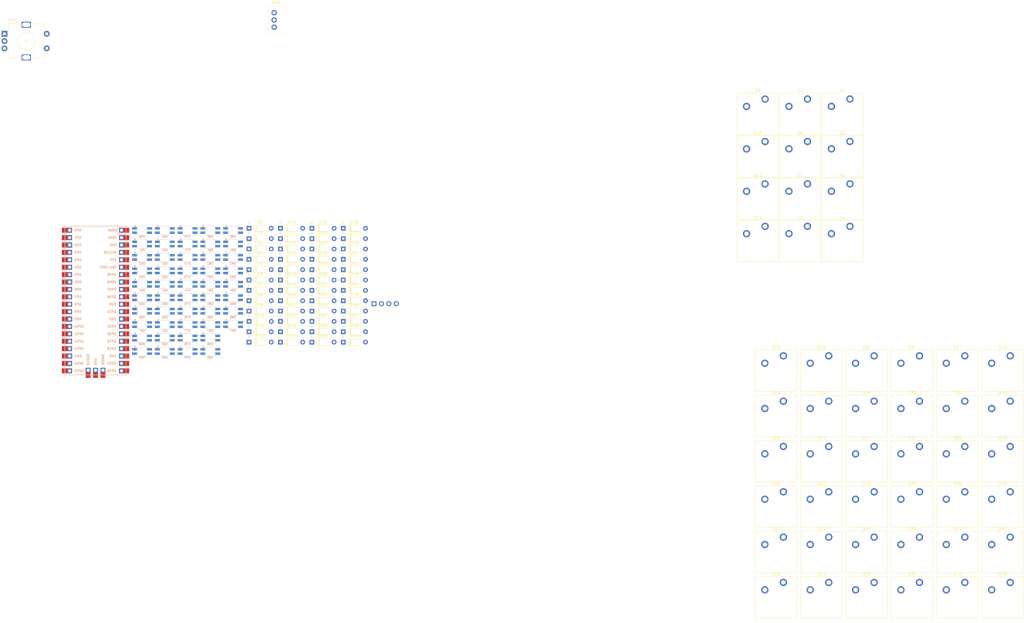
<source format=kicad_pcb>
(kicad_pcb (version 20240108) (generator "pcbnew") (generator_version "8.0")
  (layers (0 "F.Cu" signal) (31 "B.Cu" signal) (34 "B.Paste" user) (35 "F.Paste" user) (36 "B.SilkS" user "B.Silkscreen") (37 "F.SilkS" user "F.Silkscreen") (38 "B.Mask" user) (39 "F.Mask" user) (44 "Edge.Cuts" user))
  (net 0 "")
  (net 1 "R0")
  (net 2 "Net-(D1-A)")
  (net 3 "R1")
  (net 4 "Net-(D2-A)")
  (net 5 "R2")
  (net 6 "Net-(D3-A)")
  (net 7 "R3")
  (net 8 "Net-(D4-A)")
  (net 9 "Net-(D5-A)")
  (net 10 "Net-(D6-A)")
  (net 11 "Net-(D7-A)")
  (net 12 "Net-(D8-A)")
  (net 13 "Net-(D9-A)")
  (net 14 "Net-(D10-A)")
  (net 15 "Net-(D11-A)")
  (net 16 "Net-(D12-A)")
  (net 17 "Net-(D13-A)")
  (net 18 "Net-(D14-A)")
  (net 19 "Net-(D15-A)")
  (net 20 "Net-(D16-A)")
  (net 21 "Net-(D17-A)")
  (net 22 "Net-(D18-A)")
  (net 23 "Net-(D19-A)")
  (net 24 "Net-(D20-A)")
  (net 25 "Net-(D21-A)")
  (net 26 "Net-(D22-A)")
  (net 27 "Net-(D23-A)")
  (net 28 "Net-(D24-A)")
  (net 29 "Net-(D25-A)")
  (net 30 "Net-(D26-A)")
  (net 31 "Net-(D27-A)")
  (net 32 "Net-(D28-A)")
  (net 33 "Net-(D29-A)")
  (net 34 "Net-(D30-A)")
  (net 35 "Net-(D31-A)")
  (net 36 "Net-(D32-A)")
  (net 37 "Net-(D33-A)")
  (net 38 "Net-(D34-A)")
  (net 39 "Net-(D35-A)")
  (net 40 "Net-(D36-A)")
  (net 41 "Net-(D38-A)")
  (net 42 "Net-(D39-A)")
  (net 43 "Net-(D40-A)")
  (net 44 "Net-(D41-A)")
  (net 45 "Net-(D42-A)")
  (net 46 "Net-(D43-A)")
  (net 47 "Net-(D44-A)")
  (net 48 "Net-(D45-A)")
  (net 49 "Net-(D46-A)")
  (net 50 "Net-(D47-A)")
  (net 51 "Net-(D48-A)")
  (net 52 "Net-(D49-A)")
  (net 53 "Net-(D50-VSS)")
  (net 54 "ledhalf0")
  (net 55 "+5V")
  (net 56 "Net-(D50-DOUT)")
  (net 57 "Net-(D51-DOUT)")
  (net 58 "Net-(D51-VSS)")
  (net 59 "Net-(D52-DOUT)")
  (net 60 "Net-(D52-VSS)")
  (net 61 "Net-(D53-DOUT)")
  (net 62 "Net-(D53-VSS)")
  (net 63 "Net-(D54-DOUT)")
  (net 64 "Net-(D54-VSS)")
  (net 65 "Net-(D55-DOUT)")
  (net 66 "Net-(D55-VSS)")
  (net 67 "Net-(D56-DOUT)")
  (net 68 "Net-(D56-DIN)")
  (net 69 "Net-(D56-VSS)")
  (net 70 "Net-(D57-DOUT)")
  (net 71 "Net-(D57-VSS)")
  (net 72 "Net-(D57-DIN)")
  (net 73 "Net-(D58-VSS)")
  (net 74 "Net-(D58-DOUT)")
  (net 76 "Net-(D59-DIN)")
  (net 77 "GND")
  (net 78 "Net-(D60-DOUT)")
  (net 79 "Net-(D60-VSS)")
  (net 80 "Net-(D61-VSS)")
  (net 81 "Net-(D61-DIN)")
  (net 82 "Net-(D62-VSS)")
  (net 83 "Net-(D62-DOUT)")
  (net 84 "Net-(D63-DOUT)")
  (net 85 "Net-(D63-VSS)")
  (net 86 "Net-(D64-DOUT)")
  (net 87 "Net-(D64-VSS)")
  (net 88 "Net-(D65-DOUT)")
  (net 89 "Net-(D65-VSS)")
  (net 90 "Net-(D66-DOUT)")
  (net 91 "Net-(D66-VSS)")
  (net 92 "Net-(D67-VSS)")
  (net 93 "Net-(D67-DOUT)")
  (net 94 "Net-(D68-VSS)")
  (net 95 "Net-(D68-DOUT)")
  (net 96 "Net-(D69-DOUT)")
  (net 97 "Net-(D69-VDD)")
  (net 98 "Net-(D69-DIN)")
  (net 99 "Net-(D70-VSS)")
  (net 100 "Net-(D70-DOUT)")
  (net 101 "Net-(D71-DOUT)")
  (net 102 "Net-(D71-VDD)")
  (net 103 "Net-(D72-VSS)")
  (net 104 "Net-(D72-DOUT)")
  (net 105 "Net-(D73-VDD)")
  (net 106 "Net-(D73-DOUT)")
  (net 107 "Net-(D74-DOUT)")
  (net 108 "Net-(D75-DOUT)")
  (net 109 "Net-(D76-DOUT)")
  (net 110 "Net-(D77-DOUT)")
  (net 111 "Net-(D80-DOUT)")
  (net 112 "Net-(D80-VSS)")
  (net 113 "Net-(D81-DIN)")
  (net 114 "Net-(D82-DOUT)")
  (net 115 "Net-(D82-VSS)")
  (net 116 "Net-(D83-VSS)")
  (net 117 "Net-(D83-DIN)")
  (net 118 "Net-(D84-VSS)")
  (net 119 "Net-(D84-DOUT)")
  (net 120 "Net-(D85-DIN)")
  (net 121 "Net-(D86-VSS)")
  (net 122 "Net-(D86-DOUT)")
  (net 123 "Net-(D87-DIN)")
  (net 124 "Net-(D87-VSS)")
  (net 125 "Net-(D88-DOUT)")
  (net 126 "Net-(D88-VSS)")
  (net 127 "Net-(D89-DIN)")
  (net 128 "Net-(D90-DOUT)")
  (net 129 "Net-(D90-VSS)")
  (net 130 "Net-(D91-DIN)")
  (net 131 "Net-(D91-VSS)")
  (net 132 "Net-(D92-VSS)")
  (net 133 "Net-(D92-DOUT)")
  (net 134 "Net-(D93-DIN)")
  (net 135 "Net-(D94-VSS)")
  (net 136 "Net-(D94-DOUT)")
  (net 137 "Net-(D95-VSS)")
  (net 138 "Net-(D96-VSS)")
  (net 139 "Net-(D96-DOUT)")
  (net 140 "sda")
  (net 141 "scl")
  (net 142 "C5")
  (net 143 "C4")
  (net 144 "C3")
  (net 145 "C2")
  (net 146 "C1")
  (net 147 "c10")
  (net 148 "C9")
  (net 149 "C8")
  (net 150 "C7")
  (net 151 "C6")
  (net 152 "c11")
  (net 153 "C0")
  (net 154 "+3.3V")
  (net 155 "Net-(U1-GPIO2)")
  (net 156 "Net-(U1-GPIO28_ADC2)")
  (net 157 "Net-(U1-GPIO3)")
  (net 158 "Net-(U1-GPIO0)")
  (net 159 "Net-(U1-GPIO1)")
  (footprint "ScottoKeebs_Components:Diode_DO-35" (layer "F.Cu") (at -48.63 104.81)
    (property "Reference" "D27")
    (property "Value" "Diode")
  )
  (footprint "ScottoKeebs_Components:LED_SK6812MINI" (layer "F.Cu") (at -99.045 103.095)
    (property "Reference" "D61")
    (property "Value" "LED_SK6812MINI" (hide yes))
    (fp_line (start -1.7 -1.5) (end -1.7 1.5) (stroke (width 0.12)) (layer "Edge.Cuts"))
    (fp_line (start -1.7 1.5) (end 1.7 1.5) (stroke (width 0.12)) (layer "Edge.Cuts"))
    (fp_line (start 1.7 -1.5) (end -1.7 -1.5) (stroke (width 0.12)) (layer "Edge.Cuts"))
    (fp_line (start 1.7 1.5) (end 1.7 -1.5) (stroke (width 0.12)) (layer "Edge.Cuts"))
  )
  (footprint "ScottoKeebs_Components:Diode_DO-35" (layer "F.Cu") (at -70.17 111.91)
    (property "Reference" "D5")
    (property "Value" "Diode")
  )
  (footprint "ScottoKeebs_Components:Diode_DO-35" (layer "F.Cu") (at -48.63 97.71)
    (property "Reference" "D25")
    (property "Value" "Diode")
  )
  (footprint "ScottoKeebs_MX:MX_PCB" (layer "F.Cu") (at 172.67 224.3)
    (property "Reference" "S42")
    (property "Value" "Keyswitch")
  )
  (footprint "ScottoKeebs_Components:Diode_DO-35" (layer "F.Cu") (at -48.63 115.46)
    (property "Reference" "D30")
    (property "Value" "Diode")
  )
  (footprint "ScottoKeebs_Components:LED_SK6812MINI" (layer "F.Cu") (at -91.245 121.535)
    (property "Reference" "D75")
    (property "Value" "LED_SK6812MINI" (hide yes))
    (fp_line (start -1.7 -1.5) (end -1.7 1.5) (stroke (width 0.12)) (layer "Edge.Cuts"))
    (fp_line (start -1.7 1.5) (end 1.7 1.5) (stroke (width 0.12)) (layer "Edge.Cuts"))
    (fp_line (start 1.7 -1.5) (end -1.7 -1.5) (stroke (width 0.12)) (layer "Edge.Cuts"))
    (fp_line (start 1.7 1.5) (end 1.7 -1.5) (stroke (width 0.12)) (layer "Edge.Cuts"))
  )
  (footprint "ScottoKeebs_MX:MX_PCB" (layer "F.Cu") (at 126.02 162.1)
    (property "Reference" "S20")
    (property "Value" "Keyswitch")
  )
  (footprint "ScottoKeebs_Components:Diode_DO-35" (layer "F.Cu") (at -48.63 119.01)
    (property "Reference" "D31")
    (property "Value" "Diode")
  )
  (footprint "ScottoKeebs_MX:MX_PCB" (layer "F.Cu") (at 141.57 162.1)
    (property "Reference" "S26")
    (property "Value" "Keyswitch")
  )
  (footprint "ScottoKeebs_Components:LED_SK6812MINI" (layer "F.Cu") (at -91.245 130.755)
    (property "Reference" "D77")
    (property "Value" "LED_SK6812MINI" (hide yes))
    (fp_line (start -1.7 -1.5) (end -1.7 1.5) (stroke (width 0.12)) (layer "Edge.Cuts"))
    (fp_line (start -1.7 1.5) (end 1.7 1.5) (stroke (width 0.12)) (layer "Edge.Cuts"))
    (fp_line (start 1.7 -1.5) (end -1.7 -1.5) (stroke (width 0.12)) (layer "Edge.Cuts"))
    (fp_line (start 1.7 1.5) (end 1.7 -1.5) (stroke (width 0.12)) (layer "Edge.Cuts"))
  )
  (footprint "ScottoKeebs_MX:MX_PCB" (layer "F.Cu") (at 110.47 193.2)
    (property "Reference" "S16")
    (property "Value" "Keyswitch")
  )
  (footprint "ScottoKeebs_Components:Diode_DO-35" (layer "F.Cu") (at -70.17 133.21)
    (property "Reference" "D11")
    (property "Value" "Diode")
  )
  (footprint "ScottoKeebs_MX:MX_PCB" (layer "F.Cu") (at 141.57 146.55)
    (property "Reference" "S25")
    (property "Value" "Keyswitch")
  )
  (footprint "ScottoKeebs_Components:Diode_DO-35" (layer "F.Cu") (at -70.17 104.81)
    (property "Reference" "D3")
    (property "Value" "Diode")
  )
  (footprint "ScottoKeebs_Components:LED_SK6812MINI" (layer "F.Cu") (at -75.645 121.535)
    (property "Reference" "D95")
    (property "Value" "LED_SK6812MINI" (hide yes))
    (fp_line (start -1.7 -1.5) (end -1.7 1.5) (stroke (width 0.12)) (layer "Edge.Cuts"))
    (fp_line (start -1.7 1.5) (end 1.7 1.5) (stroke (width 0.12)) (layer "Edge.Cuts"))
    (fp_line (start 1.7 -1.5) (end -1.7 -1.5) (stroke (width 0.12)) (layer "Edge.Cuts"))
    (fp_line (start 1.7 1.5) (end 1.7 -1.5) (stroke (width 0.12)) (layer "Edge.Cuts"))
  )
  (footprint "ScottoKeebs_Components:Diode_DO-35" (layer "F.Cu") (at -59.4 111.91)
    (property "Reference" "D17")
    (property "Value" "Diode")
  )
  (footprint "ScottoKeebs_Components:Diode_DO-35" (layer "F.Cu") (at -70.17 101.26)
    (property "Reference" "D2")
    (property "Value" "Diode")
  )
  (footprint "ScottoKeebs_Components:LED_SK6812MINI" (layer "F.Cu") (at -75.645 112.315)
    (property "Reference" "D93")
    (property "Value" "LED_SK6812MINI" (hide yes))
    (fp_line (start -1.7 -1.5) (end -1.7 1.5) (stroke (width 0.12)) (layer "Edge.Cuts"))
    (fp_line (start -1.7 1.5) (end 1.7 1.5) (stroke (width 0.12)) (layer "Edge.Cuts"))
    (fp_line (start 1.7 -1.5) (end -1.7 -1.5) (stroke (width 0.12)) (layer "Edge.Cuts"))
    (fp_line (start 1.7 1.5) (end 1.7 -1.5) (stroke (width 0.12)) (layer "Edge.Cuts"))
  )
  (footprint "ScottoKeebs_MX:MX_PCB" (layer "F.Cu") (at 157.12 208.75)
    (property "Reference" "S35")
    (property "Value" "Keyswitch")
  )
  (footprint "ScottoKeebs_MX:MX_PCB" (layer "F.Cu") (at 172.67 146.55)
    (property "Reference" "S37")
    (property "Value" "Keyswitch")
  )
  (footprint "ScottoKeebs_MX:MX_PCB" (layer "F.Cu") (at 172.67 193.2)
    (property "Reference" "S40")
    (property "Value" "Keyswitch")
  )
  (footprint "ScottoKeebs_Components:LED_SK6812MINI" (layer "F.Cu") (at -91.245 112.315)
    (property "Reference" "D73")
    (property "Value" "LED_SK6812MINI" (hide yes))
    (fp_line (start -1.7 -1.5) (end -1.7 1.5) (stroke (width 0.12)) (layer "Edge.Cuts"))
    (fp_line (start -1.7 1.5) (end 1.7 1.5) (stroke (width 0.12)) (layer "Edge.Cuts"))
    (fp_line (start 1.7 -1.5) (end -1.7 -1.5) (stroke (width 0.12)) (layer "Edge.Cuts"))
    (fp_line (start 1.7 1.5) (end 1.7 -1.5) (stroke (width 0.12)) (layer "Edge.Cuts"))
  )
  (footprint "ScottoKeebs_Components:LED_SK6812MINI" (layer "F.Cu") (at -75.645 130.755)
    (property "Reference" "D97")
    (property "Value" "LED_SK6812MINI" (hide yes))
    (fp_line (start -1.7 -1.5) (end -1.7 1.5) (stroke (width 0.12)) (layer "Edge.Cuts"))
    (fp_line (start -1.7 1.5) (end 1.7 1.5) (stroke (width 0.12)) (layer "Edge.Cuts"))
    (fp_line (start 1.7 -1.5) (end -1.7 -1.5) (stroke (width 0.12)) (layer "Edge.Cuts"))
    (fp_line (start 1.7 1.5) (end 1.7 -1.5) (stroke (width 0.12)) (layer "Edge.Cuts"))
  )
  (footprint "ScottoKeebs_Components:LED_SK6812MINI" (layer "F.Cu") (at -99.045 139.975)
    (property "Reference" "D69")
    (property "Value" "LED_SK6812MINI" (hide yes))
    (fp_line (start -1.7 -1.5) (end -1.7 1.5) (stroke (width 0.12)) (layer "Edge.Cuts"))
    (fp_line (start -1.7 1.5) (end 1.7 1.5) (stroke (width 0.12)) (layer "Edge.Cuts"))
    (fp_line (start 1.7 -1.5) (end -1.7 -1.5) (stroke (width 0.12)) (layer "Edge.Cuts"))
    (fp_line (start 1.7 1.5) (end 1.7 -1.5) (stroke (width 0.12)) (layer "Edge.Cuts"))
  )
  (footprint "ScottoKeebs_MX:MX_PCB" (layer "F.Cu") (at 126.02 146.55)
    (property "Reference" "S19")
    (property "Value" "Keyswitch")
  )
  (footprint "ScottoKeebs_Components:LED_SK6812MINI" (layer "F.Cu") (at -99.045 121.535)
    (property "Reference" "D65")
    (property "Value" "LED_SK6812MINI" (hide yes))
    (fp_line (start -1.7 -1.5) (end -1.7 1.5) (stroke (width 0.12)) (layer "Edge.Cuts"))
    (fp_line (start -1.7 1.5) (end 1.7 1.5) (stroke (width 0.12)) (layer "Edge.Cuts"))
    (fp_line (start 1.7 -1.5) (end -1.7 -1.5) (stroke (width 0.12)) (layer "Edge.Cuts"))
    (fp_line (start 1.7 1.5) (end 1.7 -1.5) (stroke (width 0.12)) (layer "Edge.Cuts"))
  )
  (footprint "ScottoKeebs_Components:Diode_DO-35" (layer "F.Cu") (at -37.86 108.36)
    (property "Reference" "D41")
    (property "Value" "Diode")
  )
  (footprint "ScottoKeebs_Components:Diode_DO-35" (layer "F.Cu") (at -37.86 133.21)
    (property "Reference" "D48")
    (property "Value" "Diode")
  )
  (footprint "Rotary_Encoder:RotaryEncoder_Alps_EC11E-Switch_Vertical_H20mm" (layer "F.Cu") (at -154.01 30.98)
    (property "Reference" "SW1")
    (property "Value" "RotaryEncoder_Switch")
  )
  (footprint "ScottoKeebs_MX:MX_PCB" (layer "F.Cu") (at 133.29 58.44)
    (property "Reference" "S1")
    (property "Value" "Keyswitch")
  )
  (footprint "ScottoKeebs_Components:Diode_DO-35" (layer "F.Cu") (at -59.4 129.66)
    (property "Reference" "D22")
    (property "Value" "Diode")
  )
  (footprint "ScottoKeebs_Components:Diode_DO-35" (layer "F.Cu") (at -37.86 126.11)
    (property "Reference" "D46")
    (property "Value" "Diode")
  )
  (footprint "ScottoKeebs_MX:MX_PCB" (layer "F.Cu") (at 188.22 193.2)
    (property "Reference" "S46")
    (property "Value" "Keyswitch")
  )
  (footprint "ScottoKeebs_Components:LED_SK6812MINI" (layer "F.Cu") (at -99.045 98.485)
    (property "Reference" "D60")
    (property "Value" "LED_SK6812MINI" (hide yes))
    (fp_line (start -1.7 -1.5) (end -1.7 1.5) (stroke (width 0.12)) (layer "Edge.Cuts"))
    (fp_line (start -1.7 1.5) (end 1.7 1.5) (stroke (width 0.12)) (layer "Edge.Cuts"))
    (fp_line (start 1.7 -1.5) (end -1.7 -1.5) (stroke (width 0.12)) (layer "Edge.Cuts"))
    (fp_line (start 1.7 1.5) (end 1.7 -1.5) (stroke (width 0.12)) (layer "Edge.Cuts"))
  )
  (footprint "ScottoKeebs_Components:Diode_DO-35" (layer "F.Cu") (at -70.17 136.76)
    (property "Reference" "D12")
    (property "Value" "Diode")
  )
  (footprint "ScottoKeebs_Components:Diode_DO-35" (layer "F.Cu") (at -59.4 136.76)
    (property "Reference" "D24")
    (property "Value" "Diode")
  )
  (footprint "ScottoKeebs_Components:Diode_DO-35" (layer "F.Cu") (at -59.4 122.56)
    (property "Reference" "D20")
    (property "Value" "Diode")
  )
  (footprint "ScottoKeebs_Components:Diode_DO-35" (layer "F.Cu") (at -70.17 126.11)
    (property "Reference" "D9")
    (property "Value" "Diode")
  )
  (footprint "ScottoKeebs_Components:LED_SK6812MINI" (layer "F.Cu") (at -106.845 116.925)
    (property "Reference" "D54")
    (property "Value" "LED_SK6812MINI" (hide yes))
    (fp_line (start -1.7 -1.5) (end -1.7 1.5) (stroke (width 0.12)) (layer "Edge.Cuts"))
    (fp_line (start -1.7 1.5) (end 1.7 1.5) (stroke (width 0.12)) (layer "Edge.Cuts"))
    (fp_line (start 1.7 -1.5) (end -1.7 -1.5) (stroke (width 0.12)) (layer "Edge.Cuts"))
    (fp_line (start 1.7 1.5) (end 1.7 -1.5) (stroke (width 0.12)) (layer "Edge.Cuts"))
  )
  (footprint "ScottoKeebs_MX:MX_PCB" (layer "F.Cu") (at 157.12 224.3)
    (property "Reference" "S36")
    (property "Value" "Keyswitch")
  )
  (footprint "ScottoKeebs_MX:MX_PCB" (layer "F.Cu") (at 133.29 102.12)
    (property "Reference" "S4")
    (property "Value" "Keyswitch")
  )
  (footprint "ScottoKeebs_Components:LED_SK6812MINI" (layer "F.Cu") (at -99.045 130.755)
    (property "Reference" "D67")
    (property "Value" "LED_SK6812MINI" (hide yes))
    (fp_line (start -1.7 -1.5) (end -1.7 1.5) (stroke (width 0.12)) (layer "Edge.Cuts"))
    (fp_line (start -1.7 1.5) (end 1.7 1.5) (stroke (width 0.12)) (layer "Edge.Cuts"))
    (fp_line (start 1.7 -1.5) (end -1.7 -1.5) (stroke (width 0.12)) (layer "Edge.Cuts"))
    (fp_line (start 1.7 1.5) (end 1.7 -1.5) (stroke (width 0.12)) (layer "Edge.Cuts"))
  )
  (footprint "ScottoKeebs_Components:LED_SK6812MINI" (layer "F.Cu") (at -83.445 139.975)
    (property "Reference" "D89")
    (property "Value" "LED_SK6812MINI" (hide yes))
    (fp_line (start -1.7 -1.5) (end -1.7 1.5) (stroke (width 0.12)) (layer "Edge.Cuts"))
    (fp_line (start -1.7 1.5) (end 1.7 1.5) (stroke (width 0.12)) (layer "Edge.Cuts"))
    (fp_line (start 1.7 -1.5) (end -1.7 -1.5) (stroke (width 0.12)) (layer "Edge.Cuts"))
    (fp_line (start 1.7 1.5) (end 1.7 -1.5) (stroke (width 0.12)) (layer "Edge.Cuts"))
  )
  (footprint "ScottoKeebs_MX:MX_PCB" (layer "F.Cu") (at 141.57 193.2)
    (property "Reference" "S28")
    (property "Value" "Keyswitch")
  )
  (footprint "ScottoKeebs_MX:MX_PCB" (layer "F.Cu") (at 126.02 208.75)
    (property "Reference" "S23")
    (property "Value" "Keyswitch")
  )
  (footprint "ScottoKeebs_Components:LED_SK6812MINI" (layer "F.Cu") (at -83.445 130.755)
    (property "Reference" "D87")
    (property "Value" "LED_SK6812MINI" (hide yes))
    (fp_line (start -1.7 -1.5) (end -1.7 1.5) (stroke (width 0.12)) (layer "Edge.Cuts"))
    (fp_line (start -1.7 1.5) (end 1.7 1.5) (stroke (width 0.12)) (layer "Edge.Cuts"))
    (fp_line (start 1.7 -1.5) (end -1.7 -1.5) (stroke (width 0.12)) (layer "Edge.Cuts"))
    (fp_line (start 1.7 1.5) (end 1.7 -1.5) (stroke (width 0.12)) (layer "Edge.Cuts"))
  )
  (footprint "ScottoKeebs_Components:LED_SK6812MINI" (layer "F.Cu") (at -99.045 107.705)
    (property "Reference" "D62")
    (property "Value" "LED_SK6812MINI" (hide yes))
    (fp_line (start -1.7 -1.5) (end -1.7 1.5) (stroke (width 0.12)) (layer "Edge.Cuts"))
    (fp_line (start -1.7 1.5) (end 1.7 1.5) (stroke (width 0.12)) (layer "Edge.Cuts"))
    (fp_line (start 1.7 -1.5) (end -1.7 -1.5) (stroke (width 0.12)) (layer "Edge.Cuts"))
    (fp_line (start 1.7 1.5) (end 1.7 -1.5) (stroke (width 0.12)) (layer "Edge.Cuts"))
  )
  (footprint "ScottoKeebs_Components:LED_SK6812MINI" (layer "F.Cu") (at -83.445 126.145)
    (property "Reference" "D86")
    (property "Value" "LED_SK6812MINI" (hide yes))
    (fp_line (start -1.7 -1.5) (end -1.7 1.5) (stroke (width 0.12)) (layer "Edge.Cuts"))
    (fp_line (start -1.7 1.5) (end 1.7 1.5) (stroke (width 0.12)) (layer "Edge.Cuts"))
    (fp_line (start 1.7 -1.5) (end -1.7 -1.5) (stroke (width 0.12)) (layer "Edge.Cuts"))
    (fp_line (start 1.7 1.5) (end 1.7 -1.5) (stroke (width 0.12)) (layer "Edge.Cuts"))
  )
  (footprint "ScottoKeebs_Components:Diode_DO-35" (layer "F.Cu") (at -70.17 129.66)
    (property "Reference" "D10")
    (property "Value" "Diode")
  )
  (footprint "ScottoKeebs_Components:Diode_DO-35" (layer "F.Cu") (at -37.86 119.01)
    (property "Reference" "D44")
    (property "Value" "Diode")
  )
  (footprint "ScottoKeebs_Components:LED_SK6812MINI" (layer "F.Cu") (at -99.045 135.365)
    (property "Reference" "D68")
    (property "Value" "LED_SK6812MINI" (hide yes))
    (fp_line (start -1.7 -1.5) (end -1.7 1.5) (stroke (width 0.12)) (layer "Edge.Cuts"))
    (fp_line (start -1.7 1.5) (end 1.7 1.5) (stroke (width 0.12)) (layer "Edge.Cuts"))
    (fp_line (start 1.7 -1.5) (end -1.7 -1.5) (stroke (width 0.12)) (layer "Edge.Cuts"))
    (fp_line (start 1.7 1.5) (end 1.7 -1.5) (stroke (width 0.12)) (layer "Edge.Cuts"))
  )
  (footprint "ScottoKeebs_Components:LED_SK6812MINI" (layer "F.Cu") (at -83.445 116.925)
    (property "Reference" "D84")
    (property "Value" "LED_SK6812MINI" (hide yes))
    (fp_line (start -1.7 -1.5) (end -1.7 1.5) (stroke (width 0.12)) (layer "Edge.Cuts"))
    (fp_line (start -1.7 1.5) (end 1.7 1.5) (stroke (width 0.12)) (layer "Edge.Cuts"))
    (fp_line (start 1.7 -1.5) (end -1.7 -1.5) (stroke (width 0.12)) (layer "Edge.Cuts"))
    (fp_line (start 1.7 1.5) (end 1.7 -1.5) (stroke (width 0.12)) (layer "Edge.Cuts"))
  )
  (footprint "ScottoKeebs_MX:MX_PCB" (layer "F.Cu") (at 110.47 177.65)
    (property "Reference" "S15")
    (property "Value" "Keyswitch")
  )
  (footprint "ScottoKeebs_MCU:Raspberry_Pi_Pico" (layer "F.Cu") (at -122.785 122.495)
    (property "Reference" "U1" (hide yes))
    (property "Value" "Raspberry_Pi_Pico" (hide yes))
  )
  (footprint "ScottoKeebs_Components:LED_SK6812MINI" (layer "F.Cu") (at -99.045 126.145)
    (property "Reference" "D66")
    (property "Value" "LED_SK6812MINI" (hide yes))
    (fp_line (start -1.7 -1.5) (end -1.7 1.5) (stroke (width 0.12)) (layer "Edge.Cuts"))
    (fp_line (start -1.7 1.5) (end 1.7 1.5) (stroke (width 0.12)) (layer "Edge.Cuts"))
    (fp_line (start 1.7 -1.5) (end -1.7 -1.5) (stroke (width 0.12)) (layer "Edge.Cuts"))
    (fp_line (start 1.7 1.5) (end 1.7 -1.5) (stroke (width 0.12)) (layer "Edge.Cuts"))
  )
  (footprint "ScottoKeebs_Components:LED_SK6812MINI" (layer "F.Cu") (at -83.445 121.535)
    (property "Reference" "D85")
    (property "Value" "LED_SK6812MINI" (hide yes))
    (fp_line (start -1.7 -1.5) (end -1.7 1.5) (stroke (width 0.12)) (layer "Edge.Cuts"))
    (fp_line (start -1.7 1.5) (end 1.7 1.5) (stroke (width 0.12)) (layer "Edge.Cuts"))
    (fp_line (start 1.7 -1.5) (end -1.7 -1.5) (stroke (width 0.12)) (layer "Edge.Cuts"))
    (fp_line (start 1.7 1.5) (end 1.7 -1.5) (stroke (width 0.12)) (layer "Edge.Cuts"))
  )
  (footprint "ScottoKeebs_MX:MX_PCB" (layer "F.Cu") (at 104.2 102.13)
    (property "Reference" "S12")
    (property "Value" "Keyswitch")
  )
  (footprint "ScottoKeebs_MX:MX_PCB" (layer "F.Cu") (at 157.12 146.55)
    (property "Reference" "S31")
    (property "Value" "Keyswitch")
  )
  (footprint "ScottoKeebs_Components:LED_SK6812MINI" (layer "F.Cu") (at -83.445 103.095)
    (property "Reference" "D81")
    (property "Value" "LED_SK6812MINI" (hide yes))
    (fp_line (start -1.7 -1.5) (end -1.7 1.5) (stroke (width 0.12)) (layer "Edge.Cuts"))
    (fp_line (start -1.7 1.5) (end 1.7 1.5) (stroke (width 0.12)) (layer "Edge.Cuts"))
    (fp_line (start 1.7 -1.5) (end -1.7 -1.5) (stroke (width 0.12)) (layer "Edge.Cuts"))
    (fp_line (start 1.7 1.5) (end 1.7 -1.5) (stroke (width 0.12)) (layer "Edge.Cuts"))
  )
  (footprint "ScottoKeebs_Components:Diode_DO-35" (layer "F.Cu") (at -70.17 97.71)
    (property "Reference" "D1")
    (property "Value" "Diode")
  )
  (footprint "ScottoKeebs_Components:LED_SK6812MINI" (layer "F.Cu") (at -106.845 139.975)
    (property "Reference" "D59")
    (property "Value" "LED_SK6812MINI" (hide yes))
    (fp_line (start -1.7 -1.5) (end -1.7 1.5) (stroke (width 0.12)) (layer "Edge.Cuts"))
    (fp_line (start -1.7 1.5) (end 1.7 1.5) (stroke (width 0.12)) (layer "Edge.Cuts"))
    (fp_line (start 1.7 -1.5) (end -1.7 -1.5) (stroke (width 0.12)) (layer "Edge.Cuts"))
    (fp_line (start 1.7 1.5) (end 1.7 -1.5) (stroke (width 0.12)) (layer "Edge.Cuts"))
  )
  (footprint "ScottoKeebs_Components:Diode_DO-35" (layer "F.Cu") (at -59.4 119.01)
    (property "Reference" "D19")
    (property "Value" "Diode")
  )
  (footprint "ScottoKeebs_MX:MX_PCB" (layer "F.Cu") (at 172.67 162.1)
    (property "Reference" "S38")
    (property "Value" "Keyswitch")
  )
  (footprint "ScottoKeebs_Components:LED_SK6812MINI" (layer "F.Cu") (at -91.245 135.365)
    (property "Reference" "D78")
    (property "Value" "LED_SK6812MINI" (hide yes))
    (fp_line (start -1.7 -1.5) (end -1.7 1.5) (stroke (width 0.12)) (layer "Edge.Cuts"))
    (fp_line (start -1.7 1.5) (end 1.7 1.5) (stroke (width 0.12)) (layer "Edge.Cuts"))
    (fp_line (start 1.7 -1.5) (end -1.7 -1.5) (stroke (width 0.12)) (layer "Edge.Cuts"))
    (fp_line (start 1.7 1.5) (end 1.7 -1.5) (stroke (width 0.12)) (layer "Edge.Cuts"))
  )
  (footprint "ScottoKeebs_Components:Diode_DO-35" (layer "F.Cu") (at -70.17 108.36)
    (property "Reference" "D4")
    (property "Value" "Diode")
  )
  (footprint "ScottoKeebs_Components:Diode_DO-35" (layer "F.Cu") (at -70.17 119.01)
    (property "Reference" "D7")
    (property "Value" "Diode")
  )
  (footprint "ScottoKeebs_MX:MX_PCB" (layer "F.Cu") (at 133.29 87.55)
    (property "Reference" "S3")
    (property "Value" "Keyswitch")
  )
  (footprint "ScottoKeebs_Components:Diode_DO-35" (layer "F.Cu") (at -59.4 97.71)
    (property "Reference" "D13")
    (property "Value" "Diode")
  )
  (footprint "ScottoKeebs_Components:Diode_DO-35" (layer "F.Cu") (at -48.63 101.26)
    (property "Reference" "D26")
    (property "Value" "Diode")
  )
  (footprint "ScottoKeebs_Components:LED_SK6812MINI" (layer "F.Cu") (at -106.845 107.705)
    (property "Reference" "D52")
    (property "Value" "LED_SK6812MINI" (hide yes))
    (fp_line (start -1.7 -1.5) (end -1.7 1.5) (stroke (width 0.12)) (layer "Edge.Cuts"))
    (fp_line (start -1.7 1.5) (end 1.7 1.5) (stroke (width 0.12)) (layer "Edge.Cuts"))
    (fp_line (start 1.7 -1.5) (end -1.7 -1.5) (stroke (width 0.12)) (layer "Edge.Cuts"))
    (fp_line (start 1.7 1.5) (end 1.7 -1.5) (stroke (width 0.12)) (layer "Edge.Cuts"))
  )
  (footprint "ScottoKeebs_Components:LED_SK6812MINI" (layer "F.Cu") (at -99.045 112.315)
    (property "Reference" "D63")
    (property "Value" "LED_SK6812MINI" (hide yes))
    (fp_line (start -1.7 -1.5) (end -1.7 1.5) (stroke (width 0.12)) (layer "Edge.Cuts"))
    (fp_line (start -1.7 1.5) (end 1.7 1.5) (stroke (width 0.12)) (layer "Edge.Cuts"))
    (fp_line (start 1.7 -1.5) (end -1.7 -1.5) (stroke (width 0.12)) (layer "Edge.Cuts"))
    (fp_line (start 1.7 1.5) (end 1.7 -1.5) (stroke (width 0.12)) (layer "Edge.Cuts"))
  )
  (footprint "ScottoKeebs_MX:MX_PCB" (layer "F.Cu") (at 157.12 177.65)
    (property "Reference" "S33")
    (property "Value" "Keyswitch")
  )
  (footprint "ScottoKeebs_Components:LED_SK6812MINI" (layer "F.Cu") (at -83.445 107.705)
    (property "Reference" "D82")
    (property "Value" "LED_SK6812MINI" (hide yes))
    (fp_line (start -1.7 -1.5) (end -1.7 1.5) (stroke (width 0.12)) (layer "Edge.Cuts"))
    (fp_line (start -1.7 1.5) (end 1.7 1.5) (stroke (width 0.12)) (layer "Edge.Cuts"))
    (fp_line (start 1.7 -1.5) (end -1.7 -1.5) (stroke (width 0.12)) (layer "Edge.Cuts"))
    (fp_line (start 1.7 1.5) (end 1.7 -1.5) (stroke (width 0.12)) (layer "Edge.Cuts"))
  )
  (footprint "ScottoKeebs_Components:Diode_DO-35" (layer "F.Cu") (at -37.86 115.46)
    (property "Reference" "D43")
    (property "Value" "Diode")
  )
  (footprint "ScottoKeebs_MX:MX_PCB" (layer "F.Cu") (at 188.22 146.55)
    (property "Reference" "S43")
    (property "Value" "Keyswitch")
  )
  (footprint "ScottoKeebs_Components:LED_SK6812MINI" (layer "F.Cu") (at -106.845 130.755)
    (property "Reference" "D57")
    (property "Value" "LED_SK6812MINI" (hide yes))
    (fp_line (start -1.7 -1.5) (end -1.7 1.5) (stroke (width 0.12)) (layer "Edge.Cuts"))
    (fp_line (start -1.7 1.5) (end 1.7 1.5) (stroke (width 0.12)) (layer "Edge.Cuts"))
    (fp_line (start 1.7 -1.5) (end -1.7 -1.5) (stroke (width 0.12)) (layer "Edge.Cuts"))
    (fp_line (start 1.7 1.5) (end 1.7 -1.5) (stroke (width 0.12)) (layer "Edge.Cuts"))
  )
  (footprint "ScottoKeebs_MX:MX_PCB" (layer "F.Cu") (at 141.57 224.3)
    (property "Reference" "S30")
    (property "Value" "Keyswitch")
  )
  (footprint "ScottoKeebs_Components:Diode_DO-35" (layer "F.Cu") (at -48.63 126.11)
    (property "Reference" "D33")
    (property "Value" "Diode")
  )
  (footprint "ScottoKeebs_MX:MX_PCB" (layer "F.Cu") (at 118.73 102.11)
    (property "Reference" "S8")
    (property "Value" "Keyswitch")
  )
  (footprint "ScottoKeebs_Components:LED_SK6812MINI" (layer "F.Cu") (at -75.645 98.485)
    (property "Reference" "D90")
    (property "Value" "LED_SK6812MINI" (hide yes))
    (fp_line (start -1.7 -1.5) (end -1.7 1.5) (stroke (width 0.12)) (layer "Edge.Cuts"))
    (fp_line (start -1.7 1.5) (end 1.7 1.5) (stroke (width 0.12)) (layer "Edge.Cuts"))
    (fp_line (start 1.7 -1.5) (end -1.7 -1.5) (stroke (width 0.12)) (layer "Edge.Cuts"))
    (fp_line (start 1.7 1.5) (end 1.7 -1.5) (stroke (width 0.12)) (layer "Edge.Cuts"))
  )
  (footprint "ScottoKeebs_Components:Diode_DO-35" (layer "F.Cu") (at -59.4 104.81)
    (property "Reference" "D15")
    (property "Value" "Diode")
  )
  (footprint "ScottoKeebs_Components:Diode_DO-35" (layer "F.Cu") (at -59.4 115.46)
    (property "Reference" "D18")
    (property "Value" "Diode")
  )
  (footprint "ScottoKeebs_Components:LED_SK6812MINI" (layer "F.Cu") (at -106.845 135.365)
    (property "Reference" "D58")
    (property "Value" "LED_SK6812MINI" (hide yes))
    (fp_line (start -1.7 -1.5) (end -1.7 1.5) (stroke (width 0.12)) (layer "Edge.Cuts"))
    (fp_line (start -1.7 1.5) (end 1.7 1.5) (stroke (width 0.12)) (layer "Edge.Cuts"))
    (fp_line (start 1.7 -1.5) (end -1.7 -1.5) (stroke (width 0.12)) (layer "Edge.Cuts"))
    (fp_line (start 1.7 1.5) (end 1.7 -1.5) (stroke (width 0.12)) (layer "Edge.Cuts"))
  )
  (footprint "ScottoKeebs_Components:LED_SK6812MINI" (layer "F.Cu") (at -83.445 135.365)
    (property "Reference" "D88")
    (property "Value" "LED_SK6812MINI" (hide yes))
    (fp_line (start -1.7 -1.5) (end -1.7 1.5) (stroke (width 0.12)) (layer "Edge.Cuts"))
    (fp_line (start -1.7 1.5) (end 1.7 1.5) (stroke (width 0.12)) (layer "Edge.Cuts"))
    (fp_line (start 1.7 -1.5) (end -1.7 -1.5) (stroke (width 0.12)) (layer "Edge.Cuts"))
    (fp_line (start 1.7 1.5) (end 1.7 -1.5) (stroke (width 0.12)) (layer "Edge.Cuts"))
  )
  (footprint "ScottoKeebs_Components:Diode_DO-35" (layer "F.Cu") (at -37.86 104.81)
    (property "Reference" "D40")
    (property "Value" "Diode")
  )
  (footprint "ScottoKeebs_MX:MX_PCB" (layer "F.Cu") (at 126.02 193.2)
    (property "Reference" "S22")
    (property "Value" "Keyswitch")
  )
  (footprint "ScottoKeebs_Components:Diode_DO-35" (layer "F.Cu") (at -48.63 111.91)
    (property "Reference" "D29")
    (property "Value" "Diode")
  )
  (footprint "ScottoKeebs_MX:MX_PCB" (layer "F.Cu") (at 110.47 208.75)
    (property "Reference" "S17")
    (property "Value" "Keyswitch")
  )
  (footprint "ScottoKeebs_MX:MX_PCB" (layer "F.Cu") (at 172.67 177.65)
    (property "Reference" "S39")
    (property "Value" "Keyswitch")
  )
  (footprint "ScottoKeebs_Components:Diode_DO-35" (layer "F.Cu") (at -48.63 136.76)
    (property "Reference" "D36")
    (property "Value" "Diode")
  )
  (footprint "ScottoKeebs_MX:MX_PCB" (layer "F.Cu") (at 188.22 177.65)
    (property "Reference" "S45")
    (property "Value" "Keyswitch")
  )
  (footprint "ScottoKeebs_Components:LED_SK6812MINI" (layer "F.Cu") (at -106.845 112.315)
    (property "Reference" "D53")
    (property "Value" "LED_SK6812MINI" (hide yes))
    (fp_line (start -1.7 -1.5) (end -1.7 1.5) (stroke (width 0.12)) (layer "Edge.Cuts"))
    (fp_line (start -1.7 1.5) (end 1.7 1.5) (stroke (width 0.12)) (layer "Edge.Cuts"))
    (fp_line (start 1.7 -1.5) (end -1.7 -1.5) (stroke (width 0.12)) (layer "Edge.Cuts"))
    (fp_line (start 1.7 1.5) (end 1.7 -1.5) (stroke (width 0.12)) (layer "Edge.Cuts"))
  )
  (footprint "ScottoKeebs_Components:LED_SK6812MINI" (layer "F.Cu") (at -75.645 103.095)
    (property "Reference" "D91")
    (property "Value" "LED_SK6812MINI" (hide yes))
    (fp_line (start -1.7 -1.5) (end -1.7 1.5) (stroke (width 0.12)) (layer "Edge.Cuts"))
    (fp_line (start -1.7 1.5) (end 1.7 1.5) (stroke (width 0.12)) (layer "Edge.Cuts"))
    (fp_line (start 1.7 -1.5) (end -1.7 -1.5) (stroke (width 0.12)) (layer "Edge.Cuts"))
    (fp_line (start 1.7 1.5) (end 1.7 -1.5) (stroke (width 0.12)) (layer "Edge.Cuts"))
  )
  (footprint "ScottoKeebs_MX:MX_PCB" (layer "F.Cu") (at 188.22 208.75)
    (property "Reference" "S47")
    (property "Value" "Keyswitch")
  )
  (footprint "ScottoKeebs_Components:LED_SK6812MINI" (layer "F.Cu") (at -75.645 107.705)
    (property "Reference" "D92")
    (property "Value" "LED_SK6812MINI" (hide yes))
    (fp_line (start -1.7 -1.5) (end -1.7 1.5) (stroke (width 0.12)) (layer "Edge.Cuts"))
    (fp_line (start -1.7 1.5) (end 1.7 1.5) (stroke (width 0.12)) (layer "Edge.Cuts"))
    (fp_line (start 1.7 -1.5) (end -1.7 -1.5) (stroke (width 0.12)) (layer "Edge.Cuts"))
    (fp_line (start 1.7 1.5) (end 1.7 -1.5) (stroke (width 0.12)) (layer "Edge.Cuts"))
  )
  (footprint "ScottoKeebs_MX:MX_PCB" (layer "F.Cu") (at 118.73 73)
    (property "Reference" "S6")
    (property "Value" "Keyswitch")
  )
  (footprint "ScottoKeebs_MX:MX_PCB" (layer "F.Cu") (at 110.47 162.1)
    (property "Reference" "S14")
    (property "Value" "Keyswitch")
  )
  (footprint "ScottoKeebs_Components:Diode_DO-35" (layer "F.Cu") (at -37.86 122.56)
    (property "Reference" "D45")
    (property "Value" "Diode")
  )
  (footprint "ScottoKeebs_MX:MX_PCB" (layer "F.Cu") (at 133.29 73)
    (property "Reference" "S2")
    (property "Value" "Keyswitch")
  )
  (footprint "ScottoKeebs_Components:LED_SK6812MINI" (layer "F.Cu") (at -99.045 116.925)
    (property "Reference" "D64")
    (property "Value" "LED_SK6812MINI" (hide yes))
    (fp_line (start -1.7 -1.5) (end -1.7 1.5) (stroke (width 0.12)) (layer "Edge.Cuts"))
    (fp_line (start -1.7 1.5) (end 1.7 1.5) (stroke (width 0.12)) (layer "Edge.Cuts"))
    (fp_line (start 1.7 -1.5) (end -1.7 -1.5) (stroke (width 0.12)) (layer "Edge.Cuts"))
    (fp_line (start 1.7 1.5) (end 1.7 -1.5) (stroke (width 0.12)) (layer "Edge.Cuts"))
  )
  (footprint "ScottoKeebs_Components:LED_SK6812MINI" (layer "F.Cu") (at -83.445 98.485)
    (property "Reference" "D80")
    (property "Value" "LED_SK6812MINI" (hide yes))
    (fp_line (start -1.7 -1.5) (end -1.7 1.5) (stroke (width 0.12)) (layer "Edge.Cuts"))
    (fp_line (start -1.7 1.5) (end 1.7 1.5) (stroke (width 0.12)) (layer "Edge.Cuts"))
    (fp_line (start 1.7 -1.5) (end -1.7 -1.5) (stroke (width 0.12)) (layer "Edge.Cuts"))
    (fp_line (start 1.7 1.5) (end 1.7 -1.5) (stroke (width 0.12)) (layer "Edge.Cuts"))
  )
  (footprint "ScottoKeebs_MX:MX_PCB" (layer "F.Cu") (at 118.73 87.55)
    (property "Reference" "S7")
    (property "Value" "Keyswitch")
  )
  (footprint "ScottoKeebs_MX:MX_PCB" (layer "F.Cu") (at 104.2 73.02)
    (property "Reference" "S10")
    (property "Value" "Keyswitch")
  )
  (footprint "ScottoKeebs_Components:Diode_DO-35" (layer "F.Cu") (at -48.63 122.56)
    (property "Reference" "D32")
    (property "Value" "Diode")
  )
  (footprint "ScottoKeebs_MX:MX_PCB" (layer "F.Cu") (at 188.22 162.1)
    (property "Reference" "S44")
    (property "Value" "Keyswitch")
  )
  (footprint "ScottoKeebs_Components:LED_SK6812MINI" (layer "F.Cu") (at -91.245 107.705)
    (property "Reference" "D72")
    (property "Value" "LED_SK6812MINI" (hide yes))
    (fp_line (start -1.7 -1.5) (end -1.7 1.5) (stroke (width 0.12)) (layer "Edge.Cuts"))
    (fp_line (start -1.7 1.5) (end 1.7 1.5) (stroke (width 0.12)) (layer "Edge.Cuts"))
    (fp_line (start 1.7 -1.5) (end -1.7 -1.5) (stroke (width 0.12)) (layer "Edge.Cuts"))
    (fp_line (start 1.7 1.5) (end 1.7 -1.5) (stroke (width 0.12)) (layer "Edge.Cuts"))
  )
  (footprint "ScottoKeebs_Components:Diode_DO-35" (layer "F.Cu") (at -59.4 133.21)
    (property "Reference" "D23")
    (property "Value" "Diode")
  )
  (footprint "ScottoKeebs_Components:LED_SK6812MINI" (layer "F.Cu") (at -91.245 116.925)
    (property "Reference" "D74")
    (property "Value" "LED_SK6812MINI" (hide yes))
    (fp_line (start -1.7 -1.5) (end -1.7 1.5) (stroke (width 0.12)) (layer "Edge.Cuts"))
    (fp_line (start -1.7 1.5) (end 1.7 1.5) (stroke (width 0.12)) (layer "Edge.Cuts"))
    (fp_line (start 1.7 -1.5) (end -1.7 -1.5) (stroke (width 0.12)) (layer "Edge.Cuts"))
    (fp_line (start 1.7 1.5) (end 1.7 -1.5) (stroke (width 0.12)) (layer "Edge.Cuts"))
  )
  (footprint "ScottoKeebs_Components:Diode_DO-35" (layer "F.Cu") (at -59.4 108.36)
    (property "Reference" "D16")
    (property "Value" "Diode")
  )
  (footprint "ScottoKeebs_Components:LED_SK6812MINI" (layer "F.Cu") (at -91.245 139.975)
    (property "Reference" "D79")
    (property "Value" "LED_SK6812MINI" (hide yes))
    (fp_line (start -1.7 -1.5) (end -1.7 1.5) (stroke (width 0.12)) (layer "Edge.Cuts"))
    (fp_line (start -1.7 1.5) (end 1.7 1.5) (stroke (width 0.12)) (layer "Edge.Cuts"))
    (fp_line (start 1.7 -1.5) (end -1.7 -1.5) (stroke (width 0.12)) (layer "Edge.Cuts"))
    (fp_line (start 1.7 1.5) (end 1.7 -1.5) (stroke (width 0.12)) (layer "Edge.Cuts"))
  )
  (footprint "ScottoKeebs_Components:LED_SK6812MINI" (layer "F.Cu") (at -91.245 103.095)
    (property "Reference" "D71")
    (property "Value" "LED_SK6812MINI" (hide yes))
    (fp_line (start -1.7 -1.5) (end -1.7 1.5) (stroke (width 0.12)) (layer "Edge.Cuts"))
    (fp_line (start -1.7 1.5) (end 1.7 1.5) (stroke (width 0.12)) (layer "Edge.Cuts"))
    (fp_line (start 1.7 -1.5) (end -1.7 -1.5) (stroke (width 0.12)) (layer "Edge.Cuts"))
    (fp_line (start 1.7 1.5) (end 1.7 -1.5) (stroke (width 0.12)) (layer "Edge.Cuts"))
  )
  (footprint "ScottoKeebs_Components:Diode_DO-35" (layer "F.Cu") (at -48.63 129.66)
    (property "Reference" "D34")
    (property "Value" "Diode")
  )
  (footprint "ScottoKeebs_Components:Diode_DO-35" (layer "F.Cu") (at -70.17 115.46)
    (property "Reference" "D6")
    (property "Value" "Diode")
  )
  (footprint "ScottoKeebs_Components:Diode_DO-35" (layer "F.Cu") (at -37.86 97.71)
    (property "Reference" "D38")
    (property "Value" "Diode")
  )
  (footprint "ScottoKeebs_MX:MX_PCB" (layer "F.Cu") (at 118.73 58.44)
    (property "Reference" "S5")
    (property "Value" "Keyswitch")
  )
  (footprint "Rotary_Encoder:RotaryEncoder_Bourns_Horizontal_PEC09-2xxxF-Nxxxx" (layer "F.Cu") (at -61.5625 28.74)
    (property "Reference" "SW2")
    (property "Value" "RotaryEncoder")
  )
  (footprint "ScottoKeebs_Components:Diode_DO-35" (layer "F.Cu") (at -70.17 122.56)
    (property "Reference" "D8")
    (property "Value" "Diode")
  )
  (footprint "ScottoKeebs_Components:LED_SK6812MINI" (layer "F.Cu") (at -91.245 98.485)
    (property "Reference" "D70")
    (property "Value" "LED_SK6812MINI" (hide yes))
    (fp_line (start -1.7 -1.5) (end -1.7 1.5) (stroke (width 0.12)) (layer "Edge.Cuts"))
    (fp_line (start -1.7 1.5) (end 1.7 1.5) (stroke (width 0.12)) (layer "Edge.Cuts"))
    (fp_line (start 1.7 -1.5) (end -1.7 -1.5) (stroke (width 0.12)) (layer "Edge.Cuts"))
    (fp_line (start 1.7 1.5) (end 1.7 -1.5) (stroke (width 0.12)) (layer "Edge.Cuts"))
  )
  (footprint "ScottoKeebs_MX:MX_PCB" (layer "F.Cu") (at 110.47 146.55)
    (property "Reference" "S13")
    (property "Value" "Keyswitch")
  )
  (footprint "ScottoKeebs_MX:MX_PCB" (layer "F.Cu") (at 104.2 87.57)
    (property "Reference" "S11")
    (property "Value" "Keyswitch")
  )
  (footprint "ScottoKeebs_MX:MX_PCB" (layer "F.Cu") (at 157.12 193.2)
    (property "Reference" "S34")
    (property "Value" "Keyswitch")
  )
  (footprint "ScottoKeebs_Components:LED_SK6812MINI" (layer "F.Cu") (at -106.845 103.095)
    (property "Reference" "D51")
    (property "Value" "LED_SK6812MINI" (hide yes))
    (fp_line (start -1.7 -1.5) (end -1.7 1.5) (stroke (width 0.12)) (layer "Edge.Cuts"))
    (fp_line (start -1.7 1.5) (end 1.7 1.5) (stroke (width 0.12)) (layer "Edge.Cuts"))
    (fp_line (start 1.7 -1.5) (end -1.7 -1.5) (stroke (width 0.12)) (layer "Edge.Cuts"))
    (fp_line (start 1.7 1.5) (end 1.7 -1.5) (stroke (width 0.12)) (layer "Edge.Cuts"))
  )
  (footprint "ScottoKeebs_MX:MX_PCB" (layer "F.Cu") (at 188.22 224.3)
    (property "Reference" "S48")
    (property "Value" "Keyswitch")
  )
  (footprint "ScottoKeebs_Components:LED_SK6812MINI" (layer "F.Cu") (at -106.845 126.145)
    (property "Reference" "D56")
    (property "Value" "LED_SK6812MINI" (hide yes))
    (fp_line (start -1.7 -1.5) (end -1.7 1.5) (stroke (width 0.12)) (layer "Edge.Cuts"))
    (fp_line (start -1.7 1.5) (end 1.7 1.5) (stroke (width 0.12)) (layer "Edge.Cuts"))
    (fp_line (start 1.7 -1.5) (end -1.7 -1.5) (stroke (width 0.12)) (layer "Edge.Cuts"))
    (fp_line (start 1.7 1.5) (end 1.7 -1.5) (stroke (width 0.12)) (layer "Edge.Cuts"))
  )
  (footprint "ScottoKeebs_Components:Diode_DO-35" (layer "F.Cu") (at -37.86 129.66)
    (property "Reference" "D47")
    (property "Value" "Diode")
  )
  (footprint "ScottoKeebs_MX:MX_PCB" (layer "F.Cu") (at 157.12 162.1)
    (property "Reference" "S32")
    (property "Value" "Keyswitch")
  )
  (footprint "ScottoKeebs_Components:Diode_DO-35" (layer "F.Cu") (at -48.63 108.36)
    (property "Reference" "D28")
    (property "Value" "Diode")
  )
  (footprint "ScottoKeebs_MX:MX_PCB" (layer "F.Cu") (at 104.2 58.46)
    (property "Reference" "S9")
    (property "Value" "Keyswitch")
  )
  (footprint "ScottoKeebs_MX:MX_PCB" (layer "F.Cu") (at 141.57 177.65)
    (property "Reference" "S27")
    (property "Value" "Keyswitch")
  )
  (footprint "ScottoKeebs_Components:Diode_DO-35" (layer "F.Cu") (at -37.86 111.91)
    (property "Reference" "D42")
    (property "Value" "Diode")
  )
  (footprint "ScottoKeebs_Components:LED_SK6812MINI" (layer "F.Cu") (at -75.645 116.925)
    (property "Reference" "D94")
    (property "Value" "LED_SK6812MINI" (hide yes))
    (fp_line (start -1.7 -1.5) (end -1.7 1.5) (stroke (width 0.12)) (layer "Edge.Cuts"))
    (fp_line (start -1.7 1.5) (end 1.7 1.5) (stroke (width 0.12)) (layer "Edge.Cuts"))
    (fp_line (start 1.7 -1.5) (end -1.7 -1.5) (stroke (width 0.12)) (layer "Edge.Cuts"))
    (fp_line (start 1.7 1.5) (end 1.7 -1.5) (stroke (width 0.12)) (layer "Edge.Cuts"))
  )
  (footprint "ScottoKeebs_MX:MX_PCB" (layer "F.Cu") (at 126.02 177.65)
    (property "Reference" "S21")
    (property "Value" "Keyswitch")
  )
  (footprint "ScottoKeebs_Components:Diode_DO-35" (layer "F.Cu") (at -37.86 136.76)
    (property "Reference" "D49")
    (property "Value" "Diode")
  )
  (footprint "ScottoKeebs_MX:MX_PCB" (layer "F.Cu") (at 172.67 208.75)
    (property "Reference" "S41")
    (property "Value" "Keyswitch")
  )
  (footprint "ScottoKeebs_MX:MX_PCB" (layer "F.Cu") (at 141.57 208.75)
    (property "Reference" "S29")
    (property "Value" "Keyswitch")
  )
  (footprint "ScottoKeebs_Components:LED_SK6812MINI" (layer "F.Cu") (at -83.445 112.315)
    (property "Reference" "D83")
    (property "Value" "LED_SK6812MINI" (hide yes))
    (fp_line (start -1.7 -1.5) (end -1.7 1.5) (stroke (width 0.12)) (layer "Edge.Cuts"))
    (fp_line (start -1.7 1.5) (end 1.7 1.5) (stroke (width 0.12)) (layer "Edge.Cuts"))
    (fp_line (start 1.7 -1.5) (end -1.7 -1.5) (stroke (width 0.12)) (layer "Edge.Cuts"))
    (fp_line (start 1.7 1.5) (end 1.7 -1.5) (stroke (width 0.12)) (layer "Edge.Cuts"))
  )
  (footprint "ScottoKeebs_Components:LED_SK6812MINI" (layer "F.Cu") (at -75.645 126.145)
    (property "Reference" "D96")
    (property "Value" "LED_SK6812MINI" (hide yes))
    (fp_line (start -1.7 -1.5) (end -1.7 1.5) (stroke (width 0.12)) (layer "Edge.Cuts"))
    (fp_line (start -1.7 1.5) (end 1.7 1.5) (stroke (width 0.12)) (layer "Edge.Cuts"))
    (fp_line (start 1.7 -1.5) (end -1.7 -1.5) (stroke (width 0.12)) (layer "Edge.Cuts"))
    (fp_line (start 1.7 1.5) (end 1.7 -1.5) (stroke (width 0.12)) (layer "Edge.Cuts"))
  )
  (footprint "ScottoKeebs_Components:Diode_DO-35" (layer "F.Cu") (at -59.4 101.26)
    (property "Reference" "D14")
    (property "Value" "Diode")
  )
  (footprint "ScottoKeebs_Components:LED_SK6812MINI" (layer "F.Cu") (at -91.245 126.145)
    (property "Reference" "D76")
    (property "Value" "LED_SK6812MINI" (hide yes))
    (fp_line (start -1.7 -1.5) (end -1.7 1.5) (stroke (width 0.12)) (layer "Edge.Cuts"))
    (fp_line (start -1.7 1.5) (end 1.7 1.5) (stroke (width 0.12)) (layer "Edge.Cuts"))
    (fp_line (start 1.7 -1.5) (end -1.7 -1.5) (stroke (width 0.12)) (layer "Edge.Cuts"))
    (fp_line (start 1.7 1.5) (end 1.7 -1.5) (stroke (width 0.12)) (layer "Edge.Cuts"))
  )
  (footprint "ScottoKeebs_MX:MX_PCB" (layer "F.Cu") (at 126.02 224.3)
    (property "Reference" "S24")
    (property "Value" "Keyswitch")
  )
  (footprint "ScottoKeebs_Components:Diode_DO-35" (layer "F.Cu") (at -48.63 133.21)
    (property "Reference" "D35")
    (property "Value" "Diode")
  )
  (footprint "ScottoKeebs_Components:LED_SK6812MINI" (layer "F.Cu") (at -106.845 121.535)
    (property "Reference" "D55")
    (property "Value" "LED_SK6812MINI" (hide yes))
    (fp_line (start -1.7 -1.5) (end -1.7 1.5) (stroke (width 0.12)) (layer "Edge.Cuts"))
    (fp_line (start -1.7 1.5) (end 1.7 1.5) (stroke (width 0.12)) (layer "Edge.Cuts"))
    (fp_line (start 1.7 -1.5) (end -1.7 -1.5) (stroke (width 0.12)) (layer "Edge.Cuts"))
    (fp_line (start 1.7 1.5) (end 1.7 -1.5) (stroke (width 0.12)) (layer "Edge.Cuts"))
  )
  (footprint "ScottoKeebs_Components:Diode_DO-35" (layer "F.Cu") (at -59.4 126.11)
    (property "Reference" "D21")
    (property "Value" "Diode")
  )
  (footprint "ScottoKeebs_Components:Diode_DO-35" (layer "F.Cu") (at -37.86 101.26)
    (property "Reference" "D39")
    (property "Value" "Diode")
  )
  (footprint "ScottoKeebs_Components:OLED_128x64" (layer "F.Cu") (at -23.505 123.585)
    (property "Reference" "J1" (hide yes))
    (property "Value" "OLED_128x64")
  )
  (footprint "ScottoKeebs_MX:MX_PCB" (layer "F.Cu") (at 110.47 224.3)
    (property "Reference" "S18")
    (property "Value" "Keyswitch")
  )
  (footprint "ScottoKeebs_Components:LED_SK6812MINI" (layer "F.Cu") (at -106.845 98.485)
    (property "Reference" "D50")
    (property "Value" "LED_SK6812MINI" (hide yes))
    (fp_line (start -1.7 -1.5) (end -1.7 1.5) (stroke (width 0.12)) (layer "Edge.Cuts"))
    (fp_line (start -1.7 1.5) (end 1.7 1.5) (stroke (width 0.12)) (layer "Edge.Cuts"))
    (fp_line (start 1.7 -1.5) (end -1.7 -1.5) (stroke (width 0.12)) (layer "Edge.Cuts"))
    (fp_line (start 1.7 1.5) (end 1.7 -1.5) (stroke (width 0.12)) (layer "Edge.Cuts"))
  )
)
</source>
